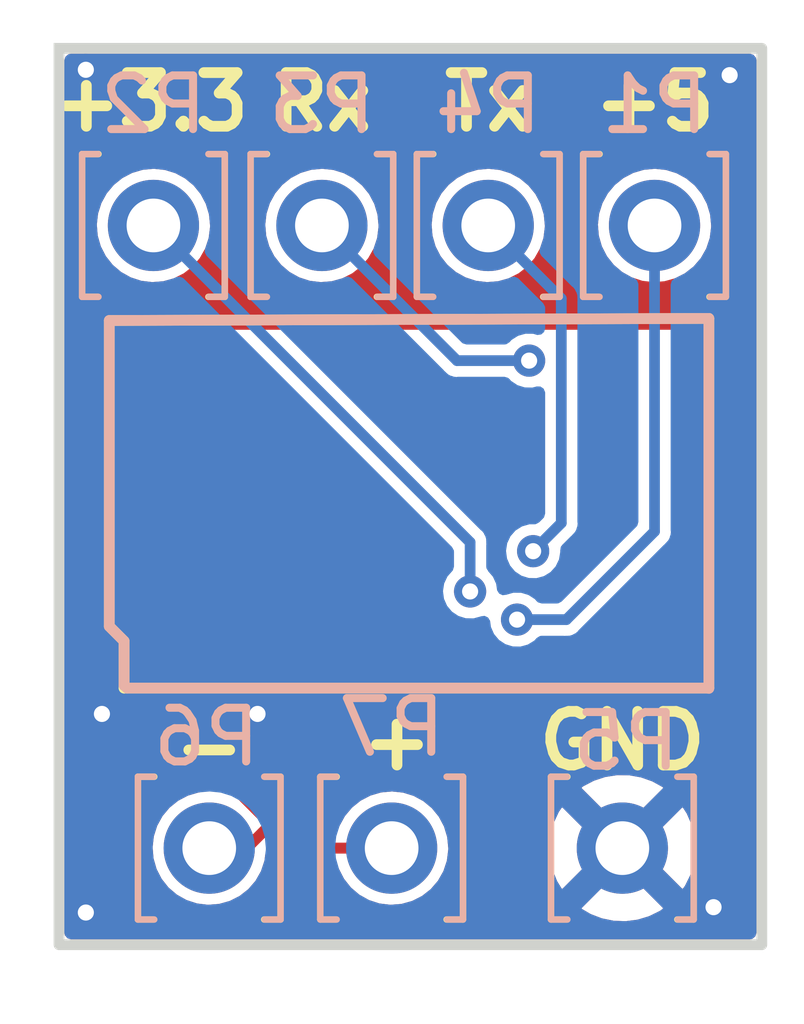
<source format=kicad_pcb>
(kicad_pcb (version 20211014) (generator pcbnew)
  (title_block (title "Hellen64") (date "2020-08-21") (rev "b"))
  (layers (0 "F.Cu" signal) (31 "B.Cu" signal) (34 "B.Paste" user) (35 "F.Paste" user) (36 "B.SilkS" user "B.Silkscreen") (37 "F.SilkS" user "F.Silkscreen") (38 "B.Mask" user) (39 "F.Mask" user) (44 "Edge.Cuts" user))
  (net 0 "")
  (net 1 "GND")
  (net 2 "/CAN-")
  (net 3 "/CAN+")
  (net 4 "+5V")
  (net 5 "+3V3")
  (net 6 "/CAN_TX")
  (net 7 "/CAN_RX")
  (footprint "hellen-one-common:PAD-TH" (layer "F.Cu") (at 22.86 157.3)
    (fp_text reference "P2" hide)
    (fp_text value "Pad" hide)
    (fp_text user "${REFERENCE}" (at 0 -2.25) (layer "B.SilkS") (effects (justify mirror)))
    (fp_line (start -1.035538 -1.33) (end -1.33 -1.33) (layer "B.SilkS") (width 0.12))
    (fp_line (start -1.33 1.33) (end -1.33 -1.33) (layer "B.SilkS") (width 0.12))
    (fp_line (start -1.024373 1.33) (end -1.33 1.33) (layer "B.SilkS") (width 0.12))
    (fp_line (start 1.024373 -1.33) (end 1.33 -1.33) (layer "B.SilkS") (width 0.12))
    (fp_line (start 1.33 -1.33) (end 1.33 1.33) (layer "B.SilkS") (width 0.12))
    (fp_line (start 1.035538 1.33) (end 1.33 1.33) (layer "B.SilkS") (width 0.12))
    (fp_line (start 1.035538 -1.33) (end 1.33 -1.33) (layer "F.SilkS") (width 0.12))
    (fp_line (start -1.024373 -1.33) (end -1.33 -1.33) (layer "F.SilkS") (width 0.12))
    (fp_line (start -1.035538 1.33) (end -1.33 1.33) (layer "F.SilkS") (width 0.12))
    (fp_line (start 1.024373 1.33) (end 1.33 1.33) (layer "F.SilkS") (width 0.12))
    (fp_line (start -1.33 -1.33) (end -1.33 1.33) (layer "F.SilkS") (width 0.12))
    (fp_line (start 1.33 1.33) (end 1.33 -1.33) (layer "F.SilkS") (width 0.12))
    (pad "1" thru_hole circle locked (at 0 0) (size 1.7 1.7) (drill 1) (layers *.Cu *.Mask) (net 5 "+3V3"))
  )
  (footprint "hellen-one-common:PAD-TH" (layer "F.Cu") (at 32.2 157.3)
    (fp_text reference "P1" hide)
    (fp_text value "Pad" hide)
    (fp_text user "${REFERENCE}" (at 0 -2.25) (layer "B.SilkS") (effects (justify mirror)))
    (fp_line (start -1.035538 -1.33) (end -1.33 -1.33) (layer "B.SilkS") (width 0.12))
    (fp_line (start -1.33 1.33) (end -1.33 -1.33) (layer "B.SilkS") (width 0.12))
    (fp_line (start 1.035538 1.33) (end 1.33 1.33) (layer "B.SilkS") (width 0.12))
    (fp_line (start -1.024373 1.33) (end -1.33 1.33) (layer "B.SilkS") (width 0.12))
    (fp_line (start 1.024373 -1.33) (end 1.33 -1.33) (layer "B.SilkS") (width 0.12))
    (fp_line (start 1.33 -1.33) (end 1.33 1.33) (layer "B.SilkS") (width 0.12))
    (fp_line (start 1.024373 1.33) (end 1.33 1.33) (layer "F.SilkS") (width 0.12))
    (fp_line (start -1.33 -1.33) (end -1.33 1.33) (layer "F.SilkS") (width 0.12))
    (fp_line (start -1.035538 1.33) (end -1.33 1.33) (layer "F.SilkS") (width 0.12))
    (fp_line (start 1.33 1.33) (end 1.33 -1.33) (layer "F.SilkS") (width 0.12))
    (fp_line (start -1.024373 -1.33) (end -1.33 -1.33) (layer "F.SilkS") (width 0.12))
    (fp_line (start 1.035538 -1.33) (end 1.33 -1.33) (layer "F.SilkS") (width 0.12))
    (pad "1" thru_hole circle locked (at 0 0) (size 1.7 1.7) (drill 1) (layers *.Cu *.Mask) (net 4 "+5V"))
  )
  (footprint "hellen-one-can-0.1:can" (layer "F.Cu") (at 21.937502 166.018337)
    (fp_text reference "M1" hide)
    (fp_text value "Module-can-0.1" hide)
    (fp_line (start 0.099997 -6.947827) (end 11.274997 -6.986674) (layer "B.SilkS") (width 0.2))
    (fp_line (start 0.375001 -0.15) (end 0.375001 -0.974999) (layer "B.SilkS") (width 0.2))
    (fp_line (start 0.099997 -1.250005) (end 0.375001 -0.974999) (layer "B.SilkS") (width 0.2))
    (fp_line (start 11.274997 -0.093797) (end 11.274997 -6.986674) (layer "B.SilkS") (width 0.2))
    (fp_line (start 0.431203 -0.1) (end 11.274997 -0.1) (layer "B.SilkS") (width 0.2))
    (fp_line (start 0.375001 -0.15) (end 0.431203 -0.1) (layer "B.SilkS") (width 0.2))
    (fp_line (start 0.099997 -1.250005) (end 0.099997 -6.947827) (layer "B.SilkS") (width 0.2))
    (fp_line (start 0.099997 -6.947479) (end 11.274997 -6.986326) (layer "F.SilkS") (width 0.2))
    (fp_line (start 0.099997 -1.249998) (end 0.099997 -6.947479) (layer "F.SilkS") (width 0.2))
    (fp_line (start 0.375001 -0.1) (end 0.375003 -0.099997) (layer "F.SilkS") (width 0.2))
    (fp_line (start 11.274997 -0.099997) (end 11.274997 -6.986326) (layer "F.SilkS") (width 0.2))
    (fp_line (start 0.375001 -0.1) (end 0.375001 -0.974994) (layer "F.SilkS") (width 0.2))
    (fp_line (start 0.099997 -1.249998) (end 0.375001 -0.974994) (layer "F.SilkS") (width 0.2))
    (fp_line (start 0.375003 -0.099997) (end 11.274997 -0.099997) (layer "F.SilkS") (width 0.2))
    (pad "E1" smd oval locked (at 0.199997 -4.1375 180) (size 0.2 5.669999) (layers "F.Cu" "F.Paste") (net 1 "GND"))
    (pad "E1" smd oval locked (at 6.374999 -0.275003 270) (size 0.399999 9.800001) (layers "F.Cu" "F.Paste") (net 1 "GND"))
    (pad "E1" smd oval locked (at 5.674998 -6.875 90) (size 0.2 11.100001) (layers "F.Cu" "F.Paste") (net 1 "GND"))
    (pad "E1" smd oval locked (at 10.999993 -0.275003 180) (size 0.499999 0.25) (layers "F.Cu" "F.Paste" "F.Mask") (net 1 "GND"))
    (pad "E1" smd oval locked (at 11.174997 -3.537501 180) (size 0.2 6.799999) (layers "F.Cu" "F.Paste") (net 1 "GND"))
    (pad "S1" smd oval locked (at 0.649999 -0.325001) (size 0.25 0.499999) (layers "F.Cu" "F.Paste" "F.Mask") (net 2 "/CAN-"))
    (pad "S2" smd oval locked (at 1.15 -0.325001) (size 0.25 0.499999) (layers "F.Cu" "F.Paste" "F.Mask") (net 3 "/CAN+"))
    (pad "V1" thru_hole circle locked (at 7.699997 -1.374999 180) (size 0.599999 0.599999) (drill 0.299999) (layers *.Cu *.Mask) (net 4 "+5V"))
    (pad "V2" thru_hole circle locked (at 6.824995 -1.899999 180) (size 0.599999 0.599999) (drill 0.299999) (layers *.Cu *.Mask) (net 5 "+3V3"))
    (pad "V5" thru_hole circle locked (at 7.999999 -2.649997 270) (size 0.599999 0.599999) (drill 0.299999) (layers *.Cu *.Mask) (net 6 "/CAN_TX"))
    (pad "V6" thru_hole circle locked (at 7.924996 -6.199998 270) (size 0.599999 0.599999) (drill 0.299999) (layers *.Cu *.Mask) (net 7 "/CAN_RX"))
    (zone (net 0) (net_name "") (layer "F.Cu") (connect_pads (clearance 0)) (min_thickness 0.254)
      (keepout (tracks allowed) (vias allowed) (pads allowed) (copperpour not_allowed) (footprints allowed))
      (fill (thermal_gap 0.2) (thermal_bridge_width 0.2))
      (polygon (pts (xy 22.164761 166.062635) (xy 22.164761 165.100117) (xy 21.961967 164.897323) (xy 22.224989 164.634301) (xy 22.224989 159.208211) (xy 33.049941 159.208211) (xy 33.049941 165.570728) (xy 23.547903 165.570728) (xy 23.374855 165.743776) (xy 23.374855 166.062635)))
    )
  )
  (footprint "hellen-one-common:PAD-TH" (layer "F.Cu") (at 23.9 168.9)
    (fp_text reference "P6" hide)
    (fp_text value "Pad" hide)
    (fp_text user "${REFERENCE}" (at -0.05 -2.07) (layer "B.SilkS") (effects (justify mirror)))
    (fp_line (start 1.035538 1.33) (end 1.33 1.33) (layer "B.SilkS") (width 0.12))
    (fp_line (start -1.035538 -1.33) (end -1.33 -1.33) (layer "B.SilkS") (width 0.12))
    (fp_line (start -1.024373 1.33) (end -1.33 1.33) (layer "B.SilkS") (width 0.12))
    (fp_line (start 1.024373 -1.33) (end 1.33 -1.33) (layer "B.SilkS") (width 0.12))
    (fp_line (start 1.33 -1.33) (end 1.33 1.33) (layer "B.SilkS") (width 0.12))
    (fp_line (start -1.33 1.33) (end -1.33 -1.33) (layer "B.SilkS") (width 0.12))
    (fp_line (start -1.035538 1.33) (end -1.33 1.33) (layer "F.SilkS") (width 0.12))
    (fp_line (start 1.33 1.33) (end 1.33 -1.33) (layer "F.SilkS") (width 0.12))
    (fp_line (start 1.035538 -1.33) (end 1.33 -1.33) (layer "F.SilkS") (width 0.12))
    (fp_line (start -1.33 -1.33) (end -1.33 1.33) (layer "F.SilkS") (width 0.12))
    (fp_line (start 1.024373 1.33) (end 1.33 1.33) (layer "F.SilkS") (width 0.12))
    (fp_line (start -1.024373 -1.33) (end -1.33 -1.33) (layer "F.SilkS") (width 0.12))
    (pad "1" thru_hole circle locked (at 0 0) (size 1.7 1.7) (drill 1) (layers *.Cu *.Mask) (net 2 "/CAN-"))
  )
  (footprint "hellen-one-common:PAD-TH" (layer "F.Cu") (at 26 157.3)
    (fp_text reference "P3" hide)
    (fp_text value "Pad" hide)
    (fp_text user "${REFERENCE}" (at 0 -2.25) (layer "B.SilkS") (effects (justify mirror)))
    (fp_line (start 1.035538 1.33) (end 1.33 1.33) (layer "B.SilkS") (width 0.12))
    (fp_line (start -1.035538 -1.33) (end -1.33 -1.33) (layer "B.SilkS") (width 0.12))
    (fp_line (start 1.33 -1.33) (end 1.33 1.33) (layer "B.SilkS") (width 0.12))
    (fp_line (start -1.024373 1.33) (end -1.33 1.33) (layer "B.SilkS") (width 0.12))
    (fp_line (start 1.024373 -1.33) (end 1.33 -1.33) (layer "B.SilkS") (width 0.12))
    (fp_line (start -1.33 1.33) (end -1.33 -1.33) (layer "B.SilkS") (width 0.12))
    (fp_line (start 1.035538 -1.33) (end 1.33 -1.33) (layer "F.SilkS") (width 0.12))
    (fp_line (start 1.024373 1.33) (end 1.33 1.33) (layer "F.SilkS") (width 0.12))
    (fp_line (start -1.024373 -1.33) (end -1.33 -1.33) (layer "F.SilkS") (width 0.12))
    (fp_line (start -1.33 -1.33) (end -1.33 1.33) (layer "F.SilkS") (width 0.12))
    (fp_line (start -1.035538 1.33) (end -1.33 1.33) (layer "F.SilkS") (width 0.12))
    (fp_line (start 1.33 1.33) (end 1.33 -1.33) (layer "F.SilkS") (width 0.12))
    (pad "1" thru_hole circle locked (at 0 0) (size 1.7 1.7) (drill 1) (layers *.Cu *.Mask) (net 7 "/CAN_RX"))
  )
  (footprint "hellen-one-common:PAD-TH" (layer "F.Cu") (at 31.6 168.9)
    (fp_text reference "P5" hide)
    (fp_text value "Pad" hide)
    (fp_text user "${REFERENCE}" (at 0.07 -1.99) (layer "B.SilkS") (effects (justify mirror)))
    (fp_line (start -1.035538 -1.33) (end -1.33 -1.33) (layer "B.SilkS") (width 0.12))
    (fp_line (start -1.024373 1.33) (end -1.33 1.33) (layer "B.SilkS") (width 0.12))
    (fp_line (start 1.33 -1.33) (end 1.33 1.33) (layer "B.SilkS") (width 0.12))
    (fp_line (start -1.33 1.33) (end -1.33 -1.33) (layer "B.SilkS") (width 0.12))
    (fp_line (start 1.024373 -1.33) (end 1.33 -1.33) (layer "B.SilkS") (width 0.12))
    (fp_line (start 1.035538 1.33) (end 1.33 1.33) (layer "B.SilkS") (width 0.12))
    (fp_line (start 1.33 1.33) (end 1.33 -1.33) (layer "F.SilkS") (width 0.12))
    (fp_line (start 1.035538 -1.33) (end 1.33 -1.33) (layer "F.SilkS") (width 0.12))
    (fp_line (start 1.024373 1.33) (end 1.33 1.33) (layer "F.SilkS") (width 0.12))
    (fp_line (start -1.035538 1.33) (end -1.33 1.33) (layer "F.SilkS") (width 0.12))
    (fp_line (start -1.33 -1.33) (end -1.33 1.33) (layer "F.SilkS") (width 0.12))
    (fp_line (start -1.024373 -1.33) (end -1.33 -1.33) (layer "F.SilkS") (width 0.12))
    (pad "1" thru_hole circle locked (at 0 0) (size 1.7 1.7) (drill 1) (layers *.Cu *.Mask) (net 1 "GND"))
  )
  (footprint "hellen-one-common:PAD-TH" (layer "F.Cu") (at 29.1 157.3)
    (fp_text reference "P4" hide)
    (fp_text value "Pad" hide)
    (fp_text user "${REFERENCE}" (at 0 -2.25) (layer "B.SilkS") (effects (justify mirror)))
    (fp_line (start 1.035538 1.33) (end 1.33 1.33) (layer "B.SilkS") (width 0.12))
    (fp_line (start -1.035538 -1.33) (end -1.33 -1.33) (layer "B.SilkS") (width 0.12))
    (fp_line (start 1.33 -1.33) (end 1.33 1.33) (layer "B.SilkS") (width 0.12))
    (fp_line (start -1.33 1.33) (end -1.33 -1.33) (layer "B.SilkS") (width 0.12))
    (fp_line (start -1.024373 1.33) (end -1.33 1.33) (layer "B.SilkS") (width 0.12))
    (fp_line (start 1.024373 -1.33) (end 1.33 -1.33) (layer "B.SilkS") (width 0.12))
    (fp_line (start -1.33 -1.33) (end -1.33 1.33) (layer "F.SilkS") (width 0.12))
    (fp_line (start 1.024373 1.33) (end 1.33 1.33) (layer "F.SilkS") (width 0.12))
    (fp_line (start -1.024373 -1.33) (end -1.33 -1.33) (layer "F.SilkS") (width 0.12))
    (fp_line (start 1.33 1.33) (end 1.33 -1.33) (layer "F.SilkS") (width 0.12))
    (fp_line (start 1.035538 -1.33) (end 1.33 -1.33) (layer "F.SilkS") (width 0.12))
    (fp_line (start -1.035538 1.33) (end -1.33 1.33) (layer "F.SilkS") (width 0.12))
    (pad "1" thru_hole circle locked (at 0 0) (size 1.7 1.7) (drill 1) (layers *.Cu *.Mask) (net 6 "/CAN_TX"))
  )
  (footprint "hellen-one-common:PAD-TH" (layer "F.Cu") (at 27.3 168.9)
    (fp_text reference "P7" hide)
    (fp_text value "Pad" hide)
    (fp_text user "${REFERENCE}" (at 0 -2.25) (layer "B.SilkS") (effects (justify mirror)))
    (fp_line (start -1.035538 -1.33) (end -1.33 -1.33) (layer "B.SilkS") (width 0.12))
    (fp_line (start 1.33 -1.33) (end 1.33 1.33) (layer "B.SilkS") (width 0.12))
    (fp_line (start 1.024373 -1.33) (end 1.33 -1.33) (layer "B.SilkS") (width 0.12))
    (fp_line (start -1.024373 1.33) (end -1.33 1.33) (layer "B.SilkS") (width 0.12))
    (fp_line (start 1.035538 1.33) (end 1.33 1.33) (layer "B.SilkS") (width 0.12))
    (fp_line (start -1.33 1.33) (end -1.33 -1.33) (layer "B.SilkS") (width 0.12))
    (fp_line (start 1.33 1.33) (end 1.33 -1.33) (layer "F.SilkS") (width 0.12))
    (fp_line (start 1.035538 -1.33) (end 1.33 -1.33) (layer "F.SilkS") (width 0.12))
    (fp_line (start 1.024373 1.33) (end 1.33 1.33) (layer "F.SilkS") (width 0.12))
    (fp_line (start -1.33 -1.33) (end -1.33 1.33) (layer "F.SilkS") (width 0.12))
    (fp_line (start -1.035538 1.33) (end -1.33 1.33) (layer "F.SilkS") (width 0.12))
    (fp_line (start -1.024373 -1.33) (end -1.33 -1.33) (layer "F.SilkS") (width 0.12))
    (pad "1" thru_hole circle locked (at 0 0) (size 1.7 1.7) (drill 1) (layers *.Cu *.Mask) (net 3 "/CAN+"))
  )
  (gr_rect (start 21.1 170.7) (end 34.2 154) (layer "Edge.Cuts") (width 0.2) (fill none))
  (gr_text "+5" (at 32.2 155) (layer "F.SilkS") (effects (font (size 1 1) (thickness 0.2))))
  (gr_text "Tx" (at 29.1 155) (layer "F.SilkS") (effects (font (size 1 1) (thickness 0.2))))
  (gr_text "Rx" (at 26 155) (layer "F.SilkS") (effects (font (size 1 1) (thickness 0.2))))
  (gr_text "+3.3" (at 22.8 155) (layer "F.SilkS") (effects (font (size 1 1) (thickness 0.2))))
  (gr_text "GND" (at 31.6 166.9) (layer "F.SilkS") (effects (font (size 1 1) (thickness 0.2))))
  (gr_text "+" (at 27.4 166.9) (layer "F.SilkS") (effects (font (size 1 1) (thickness 0.2))))
  (gr_text "-" (at 23.9 167) (layer "F.SilkS") (effects (font (size 1 1) (thickness 0.2))))
  (via (at 24.8 166.4) (size 0.6) (drill 0.3) (layers "F.Cu" "B.Cu") (net 1))
  (via (at 21.6 170.1) (size 0.6) (drill 0.3) (layers "F.Cu" "B.Cu") (net 1))
  (via (at 33.6 154.5) (size 0.6) (drill 0.3) (layers "F.Cu" "B.Cu") (net 1))
  (via (at 21.6 154.4) (size 0.6) (drill 0.3) (layers "F.Cu" "B.Cu") (net 1))
  (via (at 33.3 170) (size 0.6) (drill 0.3) (layers "F.Cu" "B.Cu") (net 1))
  (via (at 21.9 166.4) (size 0.6) (drill 0.3) (layers "F.Cu" "B.Cu") (net 1))
  (segment (start 24.6 168.9) (end 23.9 168.9) (width 0.2032) (layer "F.Cu") (net 2))
  (segment (start 22.587501 165.996556) (end 25.045472 168.454528) (width 0.2032) (layer "F.Cu") (net 2))
  (segment (start 25.045472 168.454528) (end 24.6 168.9) (width 0.2032) (layer "F.Cu") (net 2))
  (segment (start 22.587501 165.693336) (end 22.587501 165.996556) (width 0.2032) (layer "F.Cu") (net 2))
  (segment (start 26.060477 168.9) (end 27.3 168.9) (width 0.2032) (layer "F.Cu") (net 3))
  (segment (start 23.087502 165.927025) (end 26.060477 168.9) (width 0.2032) (layer "F.Cu") (net 3))
  (segment (start 23.087502 165.693336) (end 23.087502 165.927025) (width 0.2032) (layer "F.Cu") (net 3))
  (segment (start 30.556662 164.643338) (end 32.2 163) (width 0.2) (layer "B.Cu") (net 4))
  (segment (start 32.2 163) (end 32.2 157.3) (width 0.2) (layer "B.Cu") (net 4))
  (segment (start 29.637499 164.643338) (end 30.556662 164.643338) (width 0.2) (layer "B.Cu") (net 4))
  (segment (start 28.762497 164.118338) (end 28.762497 163.202497) (width 0.2) (layer "B.Cu") (net 5))
  (segment (start 28.762497 163.202497) (end 22.86 157.3) (width 0.2) (layer "B.Cu") (net 5))
  (segment (start 30.462008 158.662008) (end 29.1 157.3) (width 0.2) (layer "B.Cu") (net 6))
  (segment (start 30.462008 162.843833) (end 30.462008 158.662008) (width 0.2) (layer "B.Cu") (net 6))
  (segment (start 29.937501 163.36834) (end 30.462008 162.843833) (width 0.2) (layer "B.Cu") (net 6))
  (segment (start 29.862498 159.818339) (end 28.518339 159.818339) (width 0.2) (layer "B.Cu") (net 7))
  (segment (start 28.518339 159.818339) (end 26 157.3) (width 0.2) (layer "B.Cu") (net 7))
  (zone locked (net 1) (net_name "GND") (layers F&B.Cu) (connect_pads (clearance 0)) (min_thickness 0.254) (fill yes (thermal_gap 0.508) (thermal_bridge_width 0.508))
    (polygon (pts (xy 35 172.2) (xy 20 172.2) (xy 20 153.1) (xy 35 153.1)))
  )
)
</source>
